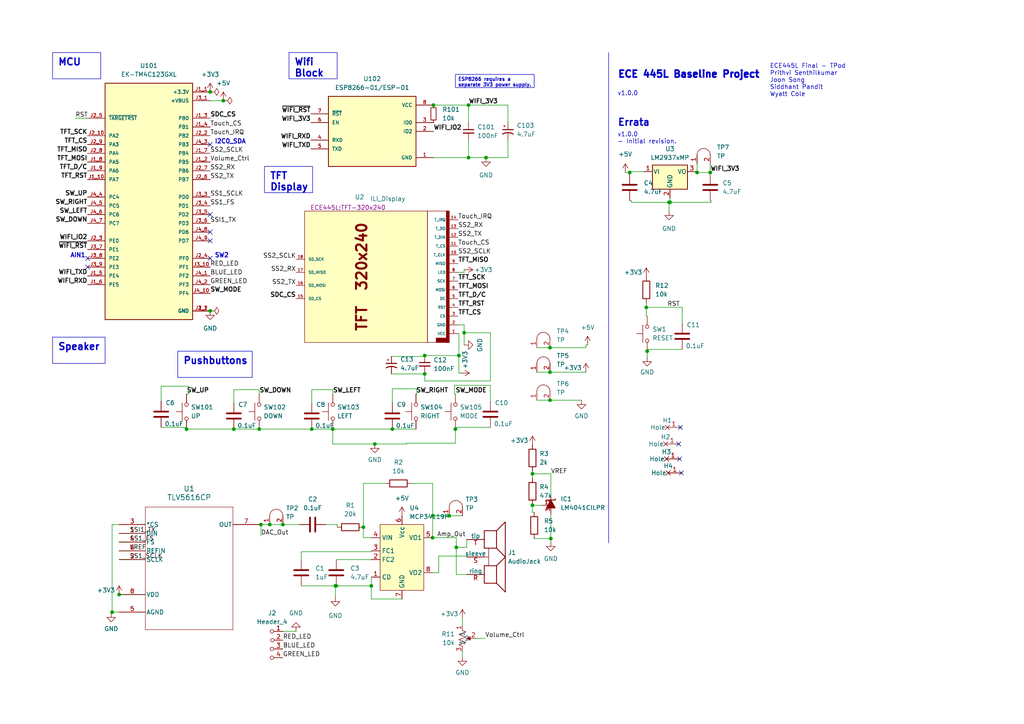
<source format=kicad_sch>
(kicad_sch (version 20230121) (generator eeschema)
  (paper "A4")
  (title_block (title "ECE 445L Baseline Project") (date "2023-12-11") (rev "v1.0.0") (company "The University of Texas at Austin"))
  (lib_symbols
    (symbol "Device:C" (pin_numbers hide) (pin_names (offset 0.254))
      (property "Reference" "C" (at 0.635 2.54 0))
      (property "Value" "C" (at 0.635 -2.54 0))
      (symbol "C_0_1"
        (polyline (pts (xy -2.032 -0.762) (xy 2.032 -0.762)) (stroke (width 0.508)))
        (polyline (pts (xy -2.032 0.762) (xy 2.032 0.762)) (stroke (width 0.508)))
      )
      (symbol "C_1_1"
        (pin passive line (at 0 3.81 270) (length 2.794) (name "~") (number "1"))
        (pin passive line (at 0 -3.81 90) (length 2.794) (name "~") (number "2"))
      )
    )
    (symbol "Device:C_Polarized_Small_US" (pin_numbers hide) (pin_names (offset 0.254) hide)
      (property "Reference" "C" (at 0.254 1.778 0))
      (property "Value" "C_Polarized_Small_US" (at 0.254 -2.032 0))
      (symbol "C_Polarized_Small_US_0_1"
        (polyline (pts (xy -1.524 0.508) (xy 1.524 0.508)) (stroke (width 0.3048)))
        (polyline (pts (xy -1.27 1.524) (xy -0.762 1.524)))
        (polyline (pts (xy -1.016 1.27) (xy -1.016 1.778)))
        (arc (start 1.524 -0.762) (mid 0 -0.3734) (end -1.524 -0.762) (stroke (width 0.3048)))
      )
      (symbol "C_Polarized_Small_US_1_1"
        (pin passive line (at 0 2.54 270) (length 2.032) (name "~") (number "1"))
        (pin passive line (at 0 -2.54 90) (length 2.032) (name "~") (number "2"))
      )
    )
    (symbol "Device:C_Small" (pin_numbers hide) (pin_names (offset 0.254) hide)
      (property "Reference" "C" (at 0.254 1.778 0))
      (property "Value" "C_Small" (at 0.254 -2.032 0))
      (symbol "C_Small_0_1"
        (polyline (pts (xy -1.524 -0.508) (xy 1.524 -0.508)) (stroke (width 0.3302)))
        (polyline (pts (xy -1.524 0.508) (xy 1.524 0.508)) (stroke (width 0.3048)))
      )
      (symbol "C_Small_1_1"
        (pin passive line (at 0 2.54 270) (length 2.032) (name "~") (number "1"))
        (pin passive line (at 0 -2.54 90) (length 2.032) (name "~") (number "2"))
      )
    )
    (symbol "Device:R" (pin_numbers hide) (pin_names (offset 0))
      (property "Reference" "R" (at 2.032 0 90))
      (property "Value" "R" (at 0 0 90))
      (symbol "R_0_1"
        (rectangle (start -1.016 -2.54) (end 1.016 2.54) (stroke (width 0.254)))
      )
      (symbol "R_1_1"
        (pin passive line (at 0 3.81 270) (length 1.27) (name "~") (number "1"))
        (pin passive line (at 0 -3.81 90) (length 1.27) (name "~") (number "2"))
      )
    )
    (symbol "Device:R_Small" (pin_numbers hide) (pin_names (offset 0.254) hide)
      (property "Reference" "R" (at 0.762 0.508 0))
      (property "Value" "R_Small" (at 0.762 -1.016 0))
      (symbol "R_Small_0_1"
        (rectangle (start -0.762 1.778) (end 0.762 -1.778) (stroke (width 0.2032)))
      )
      (symbol "R_Small_1_1"
        (pin passive line (at 0 2.54 270) (length 0.762) (name "~") (number "1"))
        (pin passive line (at 0 -2.54 90) (length 0.762) (name "~") (number "2"))
      )
    )
    (symbol "ECE445L:C" (pin_numbers hide) (pin_names (offset 0.254))
      (property "Reference" "C" (at 0.635 2.54 0))
      (property "Value" "C" (at 0.635 -2.54 0))
      (symbol "C_0_1"
        (polyline (pts (xy -2.032 -0.762) (xy 2.032 -0.762)) (stroke (width 0.508)))
        (polyline (pts (xy -2.032 0.762) (xy 2.032 0.762)) (stroke (width 0.508)))
      )
      (symbol "C_1_1"
        (pin passive line (at 0 3.81 270) (length 2.794) (name "~") (number "1"))
        (pin passive line (at 0 -3.81 90) (length 2.794) (name "~") (number "2"))
      )
    )
    (symbol "ECE445L:Header_4" (pin_names (offset 0) hide)
      (property "Reference" "J" (at 0 2.794 0))
      (property "Value" "Header_4" (at 0 -8.89 0))
      (symbol "Header_4_0_0"
        (circle (center 1.905 2.54) (radius 0.508))
      )
      (symbol "Header_4_1_0"
        (circle (center 1.905 -5.08) (radius 0.508))
        (circle (center 1.905 -2.54) (radius 0.508))
        (circle (center 2.032 0) (radius 0.508))
      )
      (symbol "Header_4_1_1"
        (pin passive line (at 5.08 2.54 180) (length 2.54) (name "A") (number "1"))
        (pin passive line (at 5.08 0 180) (length 2.54) (name "B") (number "2"))
        (pin passive line (at 5.08 -2.54 180) (length 2.54) (name "C") (number "3"))
        (pin passive line (at 5.08 -5.08 180) (length 2.54) (name "C") (number "4"))
      )
    )
    (symbol "ECE445L:HeadphoneJack" (pin_names (offset 0))
      (property "Reference" "J" (at 1.27 5.715 0))
      (property "Value" "AudioJack" (at 1.27 3.81 0))
      (symbol "HeadphoneJack_0_0"
        (rectangle (start -2.54 -8.89) (end 1.016 -13.97) (stroke (width 0.254)))
        (rectangle (start -2.54 1.27) (end 1.016 -3.81) (stroke (width 0.254)))
        (polyline (pts (xy 1.016 -8.89) (xy 3.556 -6.35) (xy 3.556 -16.51) (xy 1.016 -13.97)) (stroke (width 0.254)))
        (polyline (pts (xy 1.016 1.27) (xy 3.556 3.81) (xy 3.556 -6.35) (xy 1.016 -3.81)) (stroke (width 0.254)))
      )
      (symbol "HeadphoneJack_0_1"
        (polyline (pts (xy -2.54 -6.35) (xy -1.27 -6.35) (xy -1.27 -3.81) (xy -1.27 -8.89)))
      )
      (symbol "HeadphoneJack_1_1"
        (pin input line (at -7.62 -11.43 0) (length 5.12) (name "ring") (number "R"))
        (pin input line (at -7.62 -6.35 0) (length 5.12) (name "sleeve") (number "S"))
        (pin input line (at -7.62 -1.27 0) (length 5.12) (name "tip") (number "T"))
      )
    )
    (symbol "ECE445L:MCP34119P"
      (property "Reference" "U" (at -5.08 7.62 0))
      (property "Value" "MCP34119P" (at -7.62 10.16 0))
      (symbol "MCP34119P_1_1"
        (rectangle (start -6.35 8.89) (end 6.35 -10.16) (fill (type background)))
        (pin input line (at -8.89 -6.35 0) (length 2.54) (name "CD") (number "1"))
        (pin input line (at -8.89 -1.27 0) (length 2.54) (name "FC2") (number "2"))
        (pin input line (at -8.89 1.27 0) (length 2.54) (name "FC1") (number "3"))
        (pin input line (at -8.89 5.08 0) (length 2.54) (name "VIN") (number "4"))
        (pin output line (at 8.89 5.08 180) (length 2.54) (name "VO1") (number "5"))
        (pin power_in line (at 0 11.43 270) (length 2.54) (name "Vcc") (number "6"))
        (pin power_in line (at 0 -12.7 90) (length 2.54) (name "GND") (number "7"))
        (pin output line (at 8.89 -5.08 180) (length 2.54) (name "VO2") (number "8"))
      )
    )
    (symbol "ECE445L:MountingHole"
      (property "Reference" "H" (at 0 0 0))
      (symbol "MountingHole_1_1"
        (pin power_in non_logic (at 0 0 180) (length 3.81) (name "Hole") (number "1"))
      )
    )
    (symbol "ECE445L:Potentiometer"
      (property "Reference" "R" (at 0 0 0))
      (property "Value" "10k" (at 0 0 0))
      (symbol "Potentiometer_0_1"
        (polyline (pts (xy 1.905 -2.286) (xy 1.905 -2.54)))
        (polyline (pts (xy 1.905 2.54) (xy 1.905 2.286)))
        (polyline (pts (xy 4.445 0) (xy 3.429 0)))
        (polyline (pts (xy 3.048 0) (xy 4.191 0.508) (xy 4.191 -0.508) (xy 3.048 0)) (fill (type outline)))
        (polyline (pts (xy 1.905 -0.762) (xy 2.921 -1.143) (xy 1.905 -1.524) (xy 0.889 -1.905) (xy 1.905 -2.286)))
        (polyline (pts (xy 1.905 0.762) (xy 2.921 0.381) (xy 1.905 0) (xy 0.889 -0.381) (xy 1.905 -0.762)))
        (polyline (pts (xy 1.905 2.286) (xy 2.921 1.905) (xy 1.905 1.524) (xy 0.889 1.143) (xy 1.905 0.762)))
      )
      (symbol "Potentiometer_1_1"
        (pin passive line (at 1.905 3.81 270) (length 1.27) (name "1") (number "1"))
        (pin passive line (at 5.715 0 180) (length 1.27) (name "2") (number "2"))
        (pin passive line (at 1.905 -3.81 90) (length 1.27) (name "3") (number "3"))
      )
    )
    (symbol "ECE445L:Testpoint" (pin_names (offset 0) hide)
      (property "Reference" "TP" (at 0 2.794 0))
      (property "Value" "TP" (at 0 -2.286 0))
      (symbol "Testpoint_0_1"
        (arc (start 0 4.445) (mid -1.347 3.887) (end -1.905 2.54))
        (arc (start 1.9051 2.5401) (mid 1.3471 3.8871) (end 0.0001 4.4451))
      )
      (symbol "Testpoint_1_1"
        (pin passive line (at -1.905 0 90) (length 2.54) (name "A") (number "1"))
        (pin passive line (at 1.905 0 90) (length 2.54) (name "B") (number "2"))
      )
    )
    (symbol "ILI9341:ILI_Display" (pin_names (offset 1.016))
      (property "Reference" "U?" (at 20.32 25.4001 0))
      (property "Value" "ILI_Display" (at 20.32 22.8601 0))
      (property "Footprint" "ECE445L:TFT-320x240" (at 20.32 20.3201 0))
      (symbol "ILI_Display_0_0"
        (text "TFT  320x240" (at 0 25.4 0) (effects (font (size 2.9972 2.9972) bold)))
      )
      (symbol "ILI_Display_0_1"
        (rectangle (start -19.05 0) (end 19.05 0.8382) (fill (type outline)))
        (rectangle (start -19.05 0) (end 19.05 6.35))
        (rectangle (start -19.05 3.81) (end -17.78 0) (fill (type outline)))
        (rectangle (start -19.05 6.35) (end 19.05 41.91) (fill (type background)))
      )
      (symbol "ILI_Display_1_1"
        (pin power_in line (at -16.51 -2.54 90) (length 2.54) (name "VCC") (number "1"))
        (pin bidirectional line (at 6.35 -2.54 90) (length 2.54) (name "T_CLK") (number "10"))
        (pin bidirectional line (at 8.89 -2.54 90) (length 2.54) (name "T_CS") (number "11"))
        (pin bidirectional line (at 11.43 -2.54 90) (length 2.54) (name "T_DIN") (number "12"))
        (pin bidirectional line (at 13.97 -2.54 90) (length 2.54) (name "T_DO") (number "13"))
        (pin bidirectional line (at 16.51 -2.54 90) (length 2.54) (name "T_IRQ") (number "14"))
        (pin bidirectional line (at -6.35 44.45 270) (length 2.54) (name "SD_CS") (number "15"))
        (pin bidirectional line (at -2.54 44.45 270) (length 2.54) (name "SD_MOSI") (number "16"))
        (pin bidirectional line (at 1.27 44.45 270) (length 2.54) (name "SD_MISO") (number "17"))
        (pin bidirectional line (at 5.08 44.45 270) (length 2.54) (name "SD_SCK") (number "18"))
        (pin power_in line (at -13.97 -2.54 90) (length 2.54) (name "GND") (number "2"))
        (pin bidirectional line (at -11.43 -2.54 90) (length 2.54) (name "CS") (number "3"))
        (pin bidirectional line (at -8.89 -2.54 90) (length 2.54) (name "RST") (number "4"))
        (pin bidirectional line (at -6.35 -2.54 90) (length 2.54) (name "DC") (number "5"))
        (pin bidirectional line (at -3.81 -2.54 90) (length 2.54) (name "MOSI") (number "6"))
        (pin bidirectional line (at -1.27 -2.54 90) (length 2.54) (name "SCK") (number "7"))
        (pin power_in line (at 1.27 -2.54 90) (length 2.54) (name "LED") (number "8"))
        (pin bidirectional line (at 3.81 -2.54 90) (length 2.54) (name "MISO") (number "9"))
      )
    )
    (symbol "Regulator_Linear:LM2937xMP" (pin_names (offset 0.254))
      (property "Reference" "U3" (at 0 6.604 0))
      (property "Value" "LM2937xMP" (at 0 4.064 0))
      (symbol "LM2937xMP_0_1"
        (rectangle (start -5.08 -5.08) (end 5.08 1.905) (stroke (width 0.254)) (fill (type background)))
      )
      (symbol "LM2937xMP_1_1"
        (pin power_in line (at -7.62 0 0) (length 2.54) (name "VI") (number "1"))
        (pin power_in line (at 0 -7.62 90) (length 2.54) (name "GND") (number "2"))
        (pin power_out line (at 7.62 0 180) (length 2.54) (name "VO") (number "3"))
      )
    )
    (symbol "Switch:SW_Push" (pin_numbers hide) (pin_names (offset 1.016) hide)
      (property "Reference" "SW" (at 1.27 2.54 0))
      (property "Value" "SW_Push" (at 0 -1.524 0))
      (symbol "SW_Push_0_1"
        (circle (center -2.032 0) (radius 0.508))
        (polyline (pts (xy 0 1.27) (xy 0 3.048)))
        (polyline (pts (xy 2.54 1.27) (xy -2.54 1.27)))
        (circle (center 2.032 0) (radius 0.508))
        (pin passive line (at -5.08 0 0) (length 2.54) (name "1") (number "1"))
        (pin passive line (at 5.08 0 180) (length 2.54) (name "2") (number "2"))
      )
    )
    (symbol "ai_thinker_ESP8266_01:ESP8266-01/ESP-01" (pin_names (offset 1.016))
      (property "Reference" "U" (at -12.7094 10.6778 0))
      (property "Value" "ESP8266-01{slash}ESP-01" (at -12.7131 -12.7131 0))
      (symbol "ESP8266-01/ESP-01_0_0"
        (rectangle (start -12.7 -10.16) (end 12.7 10.16) (stroke (width 0.254)) (fill (type background)))
        (pin power_in line (at 17.78 -7.62 180) (length 5.08) (name "GND") (number "1"))
        (pin bidirectional line (at 17.78 0 180) (length 5.08) (name "IO2") (number "2"))
        (pin bidirectional line (at 17.78 2.54 180) (length 5.08) (name "IO0") (number "3"))
        (pin input line (at -17.78 -2.54 0) (length 5.08) (name "RXD") (number "4"))
        (pin output line (at -17.78 -5.08 0) (length 5.08) (name "TXD") (number "5"))
        (pin input line (at -17.78 2.54 0) (length 5.08) (name "EN") (number "6"))
        (pin input line (at -17.78 5.08 0) (length 5.08) (name "~{RST}") (number "7"))
        (pin power_in line (at 17.78 7.62 180) (length 5.08) (name "VCC") (number "8"))
      )
    )
    (symbol "power:+3V3" (power) (pin_names (offset 0))
      (property "Value" "+3V3" (at 0 3.556 0))
      (symbol "+3V3_0_1"
        (polyline (pts (xy -0.762 1.27) (xy 0 2.54)))
        (polyline (pts (xy 0 0) (xy 0 2.54)))
        (polyline (pts (xy 0 2.54) (xy 0.762 1.27)))
      )
      (symbol "+3V3_1_1"
        (pin power_in line (at 0 0 90) (length 0) hide (name "+3V3") (number "1"))
      )
    )
    (symbol "power:+5V" (power) (pin_names (offset 0))
      (property "Value" "+5V" (at 0 3.556 0))
      (symbol "+5V_0_1"
        (polyline (pts (xy -0.762 1.27) (xy 0 2.54)))
        (polyline (pts (xy 0 0) (xy 0 2.54)))
        (polyline (pts (xy 0 2.54) (xy 0.762 1.27)))
      )
      (symbol "+5V_1_1"
        (pin power_in line (at 0 0 90) (length 0) hide (name "+5V") (number "1"))
      )
    )
    (symbol "power:GND" (power) (pin_names (offset 0))
      (property "Value" "GND" (at 0 -3.81 0))
      (symbol "GND_0_1"
        (polyline (pts (xy 0 0) (xy 0 -1.27) (xy 1.27 -1.27) (xy 0 -2.54) (xy -1.27 -1.27) (xy 0 -1.27)))
      )
      (symbol "GND_1_1"
        (pin power_in line (at 0 0 270) (length 0) hide (name "GND") (number "1"))
      )
    )
    (symbol "power:PWR_FLAG" (power) (pin_numbers hide) (pin_names (offset 0) hide)
      (property "Value" "PWR_FLAG" (at 0 3.81 0))
      (symbol "PWR_FLAG_0_0"
        (pin power_out line (at 0 0 90) (length 0) (name "pwr") (number "1"))
      )
      (symbol "PWR_FLAG_0_1"
        (polyline (pts (xy 0 0) (xy 0 1.27) (xy -1.016 1.905) (xy 0 2.54) (xy 1.016 1.905) (xy 0 1.27)))
      )
    )
    (symbol "ti_EKTM4C123GXL:EK-TM4C123GXL" (pin_names (offset 1.016))
      (property "Reference" "U?" (at -12.7367 34.3099 0))
      (property "Value" "EK-TM4C123GXL" (at -12.7129 -38.1075 0))
      (symbol "EK-TM4C123GXL_0_0"
        (rectangle (start -12.7 -35.56) (end 12.7 33.02) (stroke (width 0.254)) (fill (type background)))
        (pin power_in line (at 17.78 30.48 180) (length 5.08) (name "+3.3V") (number "J1_1"))
        (pin bidirectional line (at -17.78 5.08 0) (length 5.08) (name "PA7") (number "J1_10"))
        (pin bidirectional line (at 17.78 10.16 180) (length 5.08) (name "PB5") (number "J1_2"))
        (pin bidirectional line (at 17.78 22.86 180) (length 5.08) (name "PB0") (number "J1_3"))
        (pin bidirectional line (at 17.78 20.32 180) (length 5.08) (name "PB1") (number "J1_4"))
        (pin bidirectional line (at -17.78 -22.86 0) (length 5.08) (name "PE4") (number "J1_5"))
        (pin bidirectional line (at -17.78 -25.4 0) (length 5.08) (name "PE5") (number "J1_6"))
        (pin bidirectional line (at 17.78 12.7 180) (length 5.08) (name "PB4") (number "J1_7"))
        (pin bidirectional line (at -17.78 10.16 0) (length 5.08) (name "PA5") (number "J1_8"))
        (pin bidirectional line (at -17.78 7.62 0) (length 5.08) (name "PA6") (number "J1_9"))
        (pin power_in line (at 17.78 -33.02 180) (length 5.08) (name "GND") (number "J2_1"))
        (pin bidirectional line (at -17.78 17.78 0) (length 5.08) (name "PA2") (number "J2_10"))
        (pin bidirectional line (at 17.78 17.78 180) (length 5.08) (name "PB2") (number "J2_2"))
        (pin bidirectional line (at -17.78 -12.7 0) (length 5.08) (name "PE0") (number "J2_3"))
        (pin bidirectional line (at 17.78 -17.78 180) (length 5.08) (name "PF0") (number "J2_4"))
        (pin input line (at -17.78 22.86 0) (length 5.08) (name "~{TARGETRST}") (number "J2_5"))
        (pin bidirectional line (at 17.78 5.08 180) (length 5.08) (name "PB7") (number "J2_6"))
        (pin bidirectional line (at 17.78 7.62 180) (length 5.08) (name "PB6") (number "J2_7"))
        (pin bidirectional line (at -17.78 12.7 0) (length 5.08) (name "PA4") (number "J2_8"))
        (pin bidirectional line (at -17.78 15.24 0) (length 5.08) (name "PA3") (number "J2_9"))
        (pin power_in line (at 17.78 27.94 180) (length 5.08) (name "+VBUS") (number "J3_1"))
        (pin bidirectional line (at 17.78 -20.32 180) (length 5.08) (name "PF1") (number "J3_10"))
        (pin power_in line (at 17.78 -33.02 180) (length 5.08) (name "GND") (number "J3_2"))
        (pin bidirectional line (at 17.78 0 180) (length 5.08) (name "PD0") (number "J3_3"))
        (pin bidirectional line (at 17.78 -2.54 180) (length 5.08) (name "PD1") (number "J3_4"))
        (pin bidirectional line (at 17.78 -5.08 180) (length 5.08) (name "PD2") (number "J3_5"))
        (pin bidirectional line (at 17.78 -7.62 180) (length 5.08) (name "PD3") (number "J3_6"))
        (pin bidirectional line (at -17.78 -15.24 0) (length 5.08) (name "PE1") (number "J3_7"))
        (pin bidirectional line (at -17.78 -17.78 0) (length 5.08) (name "PE2") (number "J3_8"))
        (pin bidirectional line (at -17.78 -20.32 0) (length 5.08) (name "PE3") (number "J3_9"))
        (pin bidirectional line (at 17.78 -22.86 180) (length 5.08) (name "PF2") (number "J4_1"))
        (pin bidirectional line (at 17.78 -27.94 180) (length 5.08) (name "PF4") (number "J4_10"))
        (pin bidirectional line (at 17.78 -25.4 180) (length 5.08) (name "PF3") (number "J4_2"))
        (pin bidirectional line (at 17.78 15.24 180) (length 5.08) (name "PB3") (number "J4_3"))
        (pin bidirectional line (at -17.78 0 0) (length 5.08) (name "PC4") (number "J4_4"))
        (pin bidirectional line (at -17.78 -2.54 0) (length 5.08) (name "PC5") (number "J4_5"))
        (pin bidirectional line (at -17.78 -5.08 0) (length 5.08) (name "PC6") (number "J4_6"))
        (pin bidirectional line (at -17.78 -7.62 0) (length 5.08) (name "PC7") (number "J4_7"))
        (pin bidirectional line (at 17.78 -10.16 180) (length 5.08) (name "PD6") (number "J4_8"))
        (pin bidirectional line (at 17.78 -12.7 180) (length 5.08) (name "PD7") (number "J4_9"))
      )
    )
    (symbol "ti_LM4041CILPR:LM4041CILPR" (pin_names (offset 1.016))
      (property "Reference" "IC" (at 2.7965 1.9067 0))
      (property "Value" "LM4041CILPR" (at 2.796 -0.8896 0))
      (symbol "LM4041CILPR_0_0"
        (polyline (pts (xy -1.27 1.524) (xy -1.27 1.143)) (stroke (width 0.254)))
        (polyline (pts (xy 0 1.524) (xy -1.27 1.524)) (stroke (width 0.254)))
        (polyline (pts (xy 1.27 1.524) (xy 0 1.524)) (stroke (width 0.254)))
        (polyline (pts (xy 1.27 1.905) (xy 1.27 1.524)) (stroke (width 0.254)))
        (polyline (pts (xy 0 1.524) (xy -1.27 -0.762) (xy 1.27 -0.762) (xy 0 1.524)) (stroke (width 0.254)) (fill (type outline)))
        (pin passive line (at -2.54 0 0) (length 2.54) (name "~") (number "1"))
        (pin passive line (at 0 2.54 270) (length 2.54) (name "~") (number "2"))
        (pin passive line (at 0 -2.54 90) (length 2.54) (name "~") (number "3"))
      )
    )
    (symbol "ti_TLV5616CP:TLV5616CP" (pin_names (offset 0.254))
      (property "Reference" "U1" (at 20.32 10.414 0))
      (property "Value" "TLV5616CP" (at 20.32 7.874 0))
      (symbol "TLV5616CP_1_1"
        (polyline (pts (xy 7.62 -30.48) (xy 33.02 -30.48)) (stroke (width 0.127)))
        (polyline (pts (xy 7.62 5.08) (xy 7.62 -30.48)) (stroke (width 0.127)))
        (polyline (pts (xy 33.02 -30.48) (xy 33.02 5.08)) (stroke (width 0.127)))
        (polyline (pts (xy 33.02 5.08) (xy 7.62 5.08)) (stroke (width 0.127)))
        (pin input line (at 0 -2.54 0) (length 7.62) (name "DIN") (number "1"))
        (pin input line (at 0 -10.16 0) (length 7.62) (name "SCLK") (number "2"))
        (pin input line (at 0 0 0) (length 7.62) (name "*CS") (number "3"))
        (pin input line (at 0 -5.08 0) (length 7.62) (name "FS") (number "4"))
        (pin power_in line (at 0 -25.4 0) (length 7.62) (name "AGND") (number "5"))
        (pin input line (at 0 -7.62 0) (length 7.62) (name "REFIN") (number "6"))
        (pin output line (at 40.64 0 180) (length 7.62) (name "OUT") (number "7"))
        (pin power_in line (at 0 -20.32 0) (length 7.62) (name "VDD") (number "8"))
      )
    )
  )
  (junction (at 60.96 26.67))
  (junction (at 96.52 124.46))
  (junction (at 187.452 89.154))
  (junction (at 105.41 152.908))
  (junction (at 159.766 156.21))
  (junction (at 78.232 152.146))
  (junction (at 159.512 116.078))
  (junction (at 135.89 30.48))
  (junction (at 97.536 169.926))
  (junction (at 130.302 149.606))
  (junction (at 194.056 58.674))
  (junction (at 154.432 146.558))
  (junction (at 54.102 124.46))
  (junction (at 133.096 103.124))
  (junction (at 32.512 177.546))
  (junction (at 123.19 103.124))
  (junction (at 34.544 172.466))
  (junction (at 75.692 152.146))
  (junction (at 108.712 128.778))
  (junction (at 107.696 169.926))
  (junction (at 205.994 50.038))
  (junction (at 135.89 45.72))
  (junction (at 132.334 158.75))
  (junction (at 97.282 169.926))
  (junction (at 67.818 124.46))
  (junction (at 125.476 149.606))
  (junction (at 202.184 50.038))
  (junction (at 60.96 90.17))
  (junction (at 187.706 101.854))
  (junction (at 159.512 107.95))
  (junction (at 125.73 30.48))
  (junction (at 113.792 124.46))
  (junction (at 132.08 124.46))
  (junction (at 123.19 108.458))
  (junction (at 182.626 50.038))
  (junction (at 125.476 155.956))
  (junction (at 90.424 124.46))
  (junction (at 140.97 45.72))
  (junction (at 194.31 58.674))
  (junction (at 75.184 124.46))
  (junction (at 134.62 96.52))
  (junction (at 154.432 137.414))
  (junction (at 64.77 29.21))
  (junction (at 159.512 100.838))
  (junction (at 82.042 152.146))
  (no_connect (at 25.4 77.47))
  (no_connect (at 25.4 74.93))
  (no_connect (at 60.96 41.91))
  (no_connect (at 60.96 74.93))
  (no_connect (at 196.85 128.778))
  (no_connect (at 197.104 133.096))
  (no_connect (at 60.96 62.23))
  (no_connect (at 60.96 69.85))
  (no_connect (at 197.612 137.16))
  (no_connect (at 60.96 67.31))
  (no_connect (at 197.358 123.952))
  (wire (pts (xy 125.73 30.48) (xy 135.89 30.48)))
  (wire (pts (xy 105.41 140.208) (xy 111.76 140.208)))
  (wire (pts (xy 90.424 116.84) (xy 90.424 113.03)))
  (wire (pts (xy 142.24 116.332) (xy 142.24 111.76)))
  (wire (pts (xy 187.452 87.884) (xy 187.452 89.154)))
  (wire (pts (xy 130.302 149.606) (xy 134.112 149.606)))
  (wire (pts (xy 123.19 103.124) (xy 133.096 103.124)))
  (wire (pts (xy 113.538 103.378) (xy 123.19 103.378)))
  (wire (pts (xy 182.626 49.784) (xy 186.69 49.784)))
  (wire (pts (xy 147.32 35.56) (xy 147.32 30.48)))
  (wire (pts (xy 54.61 112.014) (xy 54.61 114.3)))
  (wire (pts (xy 131.826 111.76) (xy 131.826 114.3)))
  (wire (pts (xy 94.488 152.146) (xy 97.79 152.146)))
  (wire (pts (xy 135.89 40.64) (xy 135.89 45.72)))
  (wire (pts (xy 131.826 114.3) (xy 132.08 114.3)))
  (wire (pts (xy 107.696 167.386) (xy 107.696 169.926)))
  (wire (pts (xy 37.592 154.686) (xy 34.544 154.686)))
  (wire (pts (xy 133.604 108.204) (xy 133.096 108.204)))
  (wire (pts (xy 120.904 112.776) (xy 120.904 114.3)))
  (wire (pts (xy 87.376 160.02) (xy 107.696 160.02)))
  (wire (pts (xy 67.818 113.03) (xy 75.184 113.03)))
  (wire (pts (xy 87.376 162.306) (xy 87.376 160.02)))
  (wire (pts (xy 194.056 58.674) (xy 194.056 61.214)))
  (wire (pts (xy 46.736 123.952) (xy 54.102 123.952)))
  (wire (pts (xy 54.102 124.46) (xy 67.818 124.46)))
  (wire (pts (xy 134.62 96.52) (xy 134.62 94.234)))
  (wire (pts (xy 46.736 116.332) (xy 46.736 112.014)))
  (wire (pts (xy 194.31 57.404) (xy 194.31 58.674)))
  (wire (pts (xy 132.08 128.524) (xy 117.856 128.524)))
  (wire (pts (xy 140.97 45.72) (xy 147.32 45.72)))
  (wire (pts (xy 107.696 160.02) (xy 107.696 159.766)))
  (wire (pts (xy 133.096 103.124) (xy 133.096 96.774)))
  (wire (pts (xy 37.592 157.226) (xy 34.544 157.226)))
  (wire (pts (xy 132.334 155.956) (xy 132.334 158.75)))
  (wire (pts (xy 154.432 136.652) (xy 154.432 137.414)))
  (wire (pts (xy 183.134 58.166) (xy 183.134 58.674)))
  (wire (pts (xy 132.334 158.75) (xy 132.334 166.624)))
  (wire (pts (xy 125.476 155.956) (xy 132.334 155.956)))
  (wire (pts (xy 32.512 177.546) (xy 32.512 177.8)))
  (wire (pts (xy 90.424 124.46) (xy 96.52 124.46)))
  (wire (pts (xy 154.432 137.414) (xy 159.766 137.414)))
  (wire (pts (xy 135.89 30.48) (xy 135.89 35.56)))
  (wire (pts (xy 159.512 116.078) (xy 168.656 116.078)))
  (wire (pts (xy 32.512 152.146) (xy 32.512 177.546)))
  (wire (pts (xy 202.184 50.038) (xy 205.994 50.038)))
  (wire (pts (xy 154.432 148.59) (xy 154.94 148.59)))
  (wire (pts (xy 97.79 152.146) (xy 97.79 152.908)))
  (wire (pts (xy 187.452 89.154) (xy 187.452 91.694)))
  (wire (pts (xy 159.512 107.95) (xy 169.926 107.95)))
  (wire (pts (xy 82.042 152.146) (xy 86.868 152.146)))
  (wire (pts (xy 96.52 124.46) (xy 96.52 128.778)))
  (wire (pts (xy 108.712 128.778) (xy 117.856 128.778)))
  (wire (pts (xy 169.926 100.076) (xy 170.434 100.076)))
  (wire (pts (xy 135.89 45.72) (xy 140.97 45.72)))
  (wire (pts (xy 194.31 58.674) (xy 206.248 58.674)))
  (wire (pts (xy 134.62 96.52) (xy 142.24 96.52)))
  (wire (pts (xy 90.424 113.03) (xy 96.52 113.03)))
  (wire (pts (xy 154.432 146.304) (xy 154.432 146.558)))
  (wire (pts (xy 97.282 169.926) (xy 97.282 173.228)))
  (wire (pts (xy 78.232 152.146) (xy 82.042 152.146)))
  (wire (pts (xy 32.512 152.146) (xy 34.544 152.146)))
  (wire (pts (xy 155.702 107.95) (xy 159.512 107.95)))
  (wire (pts (xy 67.818 124.46) (xy 75.184 124.46)))
  (wire (pts (xy 97.536 162.306) (xy 107.696 162.306)))
  (wire (pts (xy 181.356 50.038) (xy 182.626 50.038)))
  (wire (pts (xy 75.184 124.46) (xy 90.424 124.46)))
  (wire (pts (xy 205.994 50.038) (xy 205.994 50.546)))
  (wire (pts (xy 119.38 140.208) (xy 125.476 140.208)))
  (wire (pts (xy 97.282 169.926) (xy 97.536 169.926)))
  (wire (pts (xy 134.112 179.324) (xy 134.112 181.356)))
  (wire (pts (xy 107.696 173.736) (xy 107.696 169.926)))
  (wire (pts (xy 75.692 155.448) (xy 75.692 152.146)))
  (wire (pts (xy 169.926 100.838) (xy 159.512 100.838)))
  (wire (pts (xy 60.96 29.21) (xy 64.77 29.21)))
  (wire (pts (xy 135.382 161.29) (xy 135.382 161.544)))
  (wire (pts (xy 133.096 96.774) (xy 132.842 96.774)))
  (wire (pts (xy 197.866 89.154) (xy 187.452 89.154)))
  (wire (pts (xy 197.866 93.726) (xy 197.866 89.154)))
  (polyline (pts (xy 176.53 15.24) (xy 176.53 157.48)))
  (wire (pts (xy 132.08 123.952) (xy 132.08 124.46)))
  (wire (pts (xy 159.766 137.414) (xy 159.766 144.018)))
  (wire (pts (xy 37.592 159.766) (xy 34.544 159.766)))
  (wire (pts (xy 113.792 112.776) (xy 113.792 116.84)))
  (wire (pts (xy 96.52 128.778) (xy 108.712 128.778)))
  (wire (pts (xy 201.93 49.784) (xy 201.93 50.038)))
  (wire (pts (xy 135.382 158.75) (xy 135.382 156.464)))
  (wire (pts (xy 194.31 58.674) (xy 194.056 58.674)))
  (wire (pts (xy 183.134 58.674) (xy 194.056 58.674)))
  (wire (pts (xy 159.766 156.21) (xy 159.766 149.098)))
  (wire (pts (xy 105.41 152.908) (xy 105.41 155.956)))
  (wire (pts (xy 159.512 100.838) (xy 155.702 100.838)))
  (wire (pts (xy 75.692 152.146) (xy 78.232 152.146)))
  (wire (pts (xy 37.592 162.306) (xy 34.544 162.306)))
  (wire (pts (xy 97.536 169.926) (xy 107.696 169.926)))
  (wire (pts (xy 169.926 100.076) (xy 169.926 100.838)))
  (wire (pts (xy 85.852 183.134) (xy 82.042 183.134)))
  (wire (pts (xy 205.994 58.166) (xy 206.248 58.166)))
  (wire (pts (xy 134.62 94.234) (xy 132.842 94.234)))
  (wire (pts (xy 123.19 103.378) (xy 123.19 103.124)))
  (wire (pts (xy 182.626 58.166) (xy 183.134 58.166)))
  (wire (pts (xy 117.856 128.524) (xy 117.856 128.778)))
  (wire (pts (xy 116.586 173.736) (xy 107.696 173.736)))
  (wire (pts (xy 54.102 123.952) (xy 54.102 124.46)))
  (wire (pts (xy 125.476 149.606) (xy 130.302 149.606)))
  (wire (pts (xy 154.432 137.414) (xy 154.432 138.684)))
  (wire (pts (xy 197.866 101.346) (xy 187.706 101.346)))
  (wire (pts (xy 187.706 101.346) (xy 187.706 101.854)))
  (wire (pts (xy 125.476 149.606) (xy 125.476 155.956)))
  (wire (pts (xy 205.994 47.498) (xy 205.994 50.038)))
  (wire (pts (xy 87.376 169.926) (xy 97.282 169.926)))
  (wire (pts (xy 113.792 124.46) (xy 120.65 124.46)))
  (wire (pts (xy 75.184 113.03) (xy 75.184 114.3)))
  (wire (pts (xy 32.258 177.8) (xy 32.512 177.8)))
  (wire (pts (xy 201.93 50.038) (xy 202.184 50.038)))
  (wire (pts (xy 120.904 114.3) (xy 120.65 114.3)))
  (wire (pts (xy 206.248 58.166) (xy 206.248 58.674)))
  (wire (pts (xy 182.626 49.784) (xy 182.626 50.038)))
  (wire (pts (xy 127.254 161.29) (xy 127.254 166.116)))
  (wire (pts (xy 105.41 152.908) (xy 105.41 140.208)))
  (wire (pts (xy 134.62 100.076) (xy 134.62 96.52)))
  (wire (pts (xy 142.24 96.52) (xy 142.24 110.49)))
  (wire (pts (xy 159.766 157.226) (xy 159.766 156.21)))
  (wire (pts (xy 21.844 34.29) (xy 25.4 34.29)))
  (wire (pts (xy 123.19 110.49) (xy 123.19 108.458)))
  (wire (pts (xy 134.62 78.232) (xy 134.62 78.994)))
  (wire (pts (xy 96.52 113.03) (xy 96.52 114.3)))
  (wire (pts (xy 137.922 185.166) (xy 140.716 185.166)))
  (wire (pts (xy 34.544 177.546) (xy 32.512 177.546)))
  (wire (pts (xy 154.432 146.558) (xy 157.226 146.558)))
  (wire (pts (xy 113.792 112.776) (xy 120.904 112.776)))
  (wire (pts (xy 182.626 50.038) (xy 182.626 50.546)))
  (wire (pts (xy 96.52 124.46) (xy 113.792 124.46)))
  (wire (pts (xy 202.184 47.498) (xy 202.184 50.038)))
  (wire (pts (xy 142.24 123.952) (xy 132.08 123.952)))
  (wire (pts (xy 154.94 156.21) (xy 159.766 156.21)))
  (wire (pts (xy 67.818 116.84) (xy 67.818 113.03)))
  (wire (pts (xy 135.89 30.48) (xy 147.32 30.48)))
  (wire (pts (xy 75.184 152.146) (xy 75.692 152.146)))
  (wire (pts (xy 155.702 116.078) (xy 159.512 116.078)))
  (wire (pts (xy 187.706 101.854) (xy 187.706 103.632)))
  (wire (pts (xy 147.32 40.64) (xy 147.32 45.72)))
  (wire (pts (xy 105.41 155.956) (xy 107.696 155.956)))
  (wire (pts (xy 39.624 172.466) (xy 34.544 172.466)))
  (wire (pts (xy 142.24 110.49) (xy 123.19 110.49)))
  (wire (pts (xy 113.538 108.458) (xy 123.19 108.458)))
  (wire (pts (xy 125.476 140.208) (xy 125.476 149.606)))
  (wire (pts (xy 135.382 161.29) (xy 127.254 161.29)))
  (wire (pts (xy 134.62 78.994) (xy 132.842 78.994)))
  (wire (pts (xy 154.432 146.558) (xy 154.432 148.59)))
  (wire (pts (xy 132.08 124.46) (xy 132.08 128.524)))
  (wire (pts (xy 123.19 108.458) (xy 123.19 108.204)))
  (wire (pts (xy 132.334 166.624) (xy 135.382 166.624)))
  (wire (pts (xy 132.334 158.75) (xy 135.382 158.75)))
  (wire (pts (xy 127.254 166.116) (xy 125.476 166.116)))
  (wire (pts (xy 46.736 112.014) (xy 54.61 112.014)))
  (wire (pts (xy 125.73 45.72) (xy 135.89 45.72)))
  (wire (pts (xy 54.61 114.3) (xy 54.102 114.3)))
  (wire (pts (xy 134.112 188.976) (xy 134.112 190.5)))
  (wire (pts (xy 187.452 91.694) (xy 187.706 91.694)))
  (wire (pts (xy 142.24 111.76) (xy 131.826 111.76)))
  (wire (pts (xy 133.096 108.204) (xy 133.096 103.124)))
  (text_box "MCU" (at 15.24 15.24 0) (size 13.97 7.62) (effects (font (size 2 2) (thickness 0.4) bold) (justify left top)))
  (text_box "ESP8266 requires a separate 3V3 power supply." (at 132.08 21.59 0) (size 22.86 3.81) (effects (font (size 1 1) bold) (justify left top)))
  (text_box "Speaker" (at 15.24 97.79 0) (size 15.24 7.62) (effects (font (size 2 2) (thickness 0.4) bold) (justify left top)))
  (text_box "Pushbuttons" (at 51.562 101.854 0) (size 21.59 7.62) (effects (font (size 2 2) (thickness 0.4) bold) (justify left top)))
  (text_box "TFT Display" (at 76.708 48.26 0) (size 13.97 7.62) (effects (font (size 2 2) (thickness 0.4) bold) (justify left top)))
  (text_box "Wifi Block" (at 83.82 15.24 0) (size 13.97 7.62) (effects (font (size 2 2) (thickness 0.4) bold) (justify left top)))
  (text "v1.0.0\n- Initial revision." (at 179.07 41.91 0) (effects (font (size 1.27 1.27)) (justify left bottom)))
  (text "AIN1" (at 20.32 74.93 0) (effects (font (size 1.27 1.27) bold) (justify left bottom)))
  (text "ECE 445L Baseline Project" (at 179.07 22.86 0) (effects (font (size 2 2) (thickness 0.6) bold) (justify left bottom)))
  (text "v1.0.0" (at 179.07 27.94 0) (effects (font (size 1.27 1.27)) (justify left bottom)))
  (text "Errata" (at 179.07 36.83 0) (effects (font (size 2 2) (thickness 0.4) bold) (justify left bottom)))
  (text "ECE445L Final - TPod\nPrithvi Senthilkumar\nJoon Song\nSiddhant Pandit\nWyatt Cole" (at 223.266 28.194 0) (effects (font (size 1.27 1.27)) (justify left bottom)))
  (text "I2C0_SDA" (at 62.23 41.91 0) (effects (font (size 1.27 1.27) bold) (justify left bottom)))
  (text "SW2" (at 62.23 74.93 0) (effects (font (size 1.27 1.27) bold) (justify left bottom)))
  (label "~{WIFI_RST}" (at 90.17 33.02 180) (effects (font bold)))
  (label "VREF" (at 37.592 159.766 0))
  (label "SDC_CS" (at 60.96 34.29 0) (effects (font bold)))
  (label "Amp_Out" (at 126.746 155.956 0))
  (label "TFT_SCK" (at 25.4 39.37 180) (effects (font bold)))
  (label "SS1_FS" (at 60.96 59.69 0))
  (label "SS1_SCLK" (at 60.96 57.15 0))
  (label "TFT_CS" (at 132.842 91.694 0) (effects (font bold)))
  (label "RST" (at 193.548 89.154 0))
  (label "RST" (at 21.844 34.29 0))
  (label "Volume_Ctrl" (at 140.716 185.166 0))
  (label "SW_RIGHT" (at 25.4 59.69 180) (effects (font bold)))
  (label "SS2_SCLK" (at 132.842 73.914 0))
  (label "SW_MODE" (at 60.96 85.09 0) (effects (font bold)))
  (label "SDC_CS" (at 85.852 86.614 180) (effects (font bold)))
  (label "GREEN_LED" (at 60.96 82.55 0))
  (label "SW_LEFT" (at 25.4 62.23 180) (effects (font bold)))
  (label "SS2_RX" (at 85.852 78.994 180))
  (label "SSI1_TX" (at 60.96 64.77 0))
  (label "Touch_CS" (at 132.842 71.374 0))
  (label "RED_LED" (at 60.96 77.47 0))
  (label "Touch_CS" (at 60.96 36.83 0))
  (label "WIFI_IO2" (at 25.4 69.85 180) (effects (font bold)))
  (label "SW_MODE" (at 132.08 114.3 0) (effects (font bold)))
  (label "TFT_MISO" (at 132.842 76.454 0) (effects (font bold)))
  (label "VREF" (at 159.766 137.668 0))
  (label "Touch_IRQ" (at 132.842 63.754 0))
  (label "SS2_TX" (at 132.842 68.834 0))
  (label "SW_RIGHT" (at 120.65 114.3 0) (effects (font bold)))
  (label "WIFI_RXD" (at 25.4 82.55 180) (effects (font bold)))
  (label "TFT_SCK" (at 132.842 81.534 0) (effects (font bold)))
  (label "TFT_MOSI" (at 132.842 84.074 0) (effects (font bold)))
  (label "WIFI_TXD" (at 25.4 80.01 180) (effects (font bold)))
  (label "~{WIFI_RST}" (at 25.4 72.39 180) (effects (font bold)))
  (label "SS2_RX" (at 132.842 66.294 0))
  (label "WIFI_RXD" (at 90.17 40.64 180) (effects (font bold)))
  (label "SS2_SCLK" (at 85.852 75.184 180))
  (label "TFT_D{slash}C" (at 25.4 49.53 180) (effects (font bold)))
  (label "SS2_TX" (at 60.96 52.07 0))
  (label "WIFI_3V3" (at 135.89 30.48 0) (effects (font bold)))
  (label "DAC_Out" (at 75.692 155.448 0))
  (label "RED_LED" (at 82.042 185.674 0))
  (label "TFT_RST" (at 132.842 89.154 0) (effects (font bold)))
  (label "WIFI_3V3" (at 90.17 35.56 180) (effects (font bold)))
  (label "SW_LEFT" (at 96.52 114.3 0) (effects (font bold)))
  (label "SS1_SCLK" (at 37.592 162.306 0))
  (label "TFT_MOSI" (at 25.4 46.99 180) (effects (font bold)))
  (label "SW_DOWN" (at 75.184 114.3 0) (effects (font bold)))
  (label "SS1_FS" (at 37.592 157.226 0))
  (label "WIFI_TXD" (at 90.17 43.18 180) (effects (font bold)))
  (label "WIFI_3V3" (at 205.994 50.038 0) (effects (font bold)))
  (label "WIFI_IO2" (at 125.73 38.1 0) (effects (font bold)))
  (label "TFT_MISO" (at 25.4 44.45 180) (effects (font bold)))
  (label "SS2_RX" (at 60.96 49.53 0))
  (label "SW_DOWN" (at 25.4 64.77 180) (effects (font bold)))
  (label "TFT_RST" (at 25.4 52.07 180) (effects (font bold)))
  (label "TFT_D{slash}C" (at 132.842 86.614 0) (effects (font bold)))
  (label "GREEN_LED" (at 82.042 190.754 0))
  (label "SS2_TX" (at 85.852 82.804 180))
  (label "SW_UP" (at 54.102 114.3 0) (effects (font bold)))
  (label "Touch_IRQ" (at 60.96 39.37 0))
  (label "BLUE_LED" (at 60.96 80.01 0))
  (label "BLUE_LED" (at 82.042 188.214 0))
  (label "Volume_Ctrl" (at 60.96 46.99 0))
  (label "SW_UP" (at 25.4 57.15 180) (effects (font bold)))
  (label "SS2_SCLK" (at 60.96 44.45 0))
  (label "SSI1_TX" (at 37.592 154.686 0))
  (label "TFT_CS" (at 25.4 41.91 180) (effects (font bold)))
  (symbol (lib_id "power:GND") (at 85.852 183.134 180) (unit 1)
    (property "Reference" "#PWR016" (effects hide))
    (property "Value" "GND" (at 85.852 177.8 0))
  )
  (symbol (lib_id "power:PWR_FLAG") (at 60.96 90.17 270) (unit 1)
    (property "Reference" "#FLG0102" (effects hide))
    (property "Value" "PWR_FLAG" (effects hide))
  )
  (symbol (lib_id "ECE445L:MountingHole") (at 197.612 137.16 0) (unit 1)
    (property "Reference" "H4" (at 193.802 135.128 0))
    (property "Value" "~" (at 197.612 137.16 0))
    (property "Footprint" "ECE445L:MountingHole_4_40" (effects hide))
  )
  (symbol (lib_id "ECE445L:Testpoint") (at 80.137 152.146 0) (unit 1)
    (property "Reference" "TP2" (at 82.931 147.3834 0) (effects (justify left)))
    (property "Value" "TP" (at 82.931 149.9234 0) (effects (justify left)))
    (property "Footprint" "ECE445L:Testpoint_1x02_P2.54mm" (effects hide))
  )
  (symbol (lib_id "ECE445L:C") (at 113.792 120.65 0) (unit 1)
    (property "Reference" "C9" (at 115.062 117.348 0) (effects (justify left)))
    (property "Value" "0.1uF" (at 114.808 123.444 0) (effects (justify left)))
    (property "Footprint" "ECE445L:C_Axial_200mil" (effects hide))
  )
  (symbol (lib_id "ECE445L:Testpoint") (at 204.089 47.498 0) (unit 1)
    (property "Reference" "TP7" (at 207.899 42.7354 0) (effects (justify left)))
    (property "Value" "TP" (at 207.899 45.2754 0) (effects (justify left)))
    (property "Footprint" "ECE445L:Testpoint_1x02_P2.54mm" (effects hide))
  )
  (symbol (lib_id "ECE445L:C") (at 197.866 97.536 0) (unit 1)
    (property "Reference" "C11" (at 199.136 94.234 0) (effects (justify left)))
    (property "Value" "0.1uF" (at 198.882 100.33 0) (effects (justify left)))
    (property "Footprint" "ECE445L:C_Axial_200mil" (effects hide))
  )
  (symbol (lib_id "ti_EKTM4C123GXL:EK-TM4C123GXL") (at 43.18 57.15 0) (unit 1)
    (property "Reference" "U101" (at 43.18 19.05 0))
    (property "Value" "EK-TM4C123GXL" (at 43.18 21.59 0))
    (property "Footprint" "ECE445L:ti_EKTM4C123GXL" (effects hide))
    (property "Datasheet" "https://www.ti.com/lit/ds/symlink/tm4c123gh6pm.pdf?ts=1693244962384&ref_url=https%253A%252F%252Fwww.google.com%252F" (effects hide))
    (property "Distributor" "Mouser" (effects hide))
    (property "Manufacturer" "Texas Instruments" (effects hide))
    (property "P/N" "EK-TM4C123GXL" (effects hide))
    (property "Cost" "22.60" (effects hide))
  )
  (symbol (lib_id "ECE445L:C") (at 90.424 120.65 0) (unit 1)
    (property "Reference" "C8" (at 91.694 117.348 0) (effects (justify left)))
    (property "Value" "0.1uF" (at 91.44 123.444 0) (effects (justify left)))
    (property "Footprint" "ECE445L:C_Axial_200mil" (effects hide))
  )
  (symbol (lib_id "power:+3V3") (at 34.544 172.466 0) (unit 1)
    (property "Reference" "#PWR09" (effects hide))
    (property "Value" "+3V3" (at 30.734 171.196 0))
  )
  (symbol (lib_id "power:GND") (at 134.62 100.076 90) (unit 1)
    (property "Reference" "#PWR06" (effects hide))
    (property "Value" "GND" (at 139.192 100.076 0))
  )
  (symbol (lib_id "power:PWR_FLAG") (at 64.77 29.21 270) (unit 1)
    (property "Reference" "#FLG0103" (effects hide))
    (property "Value" "PWR_FLAG" (effects hide))
  )
  (symbol (lib_id "Switch:SW_Push") (at 54.102 119.38 90) (unit 1)
    (property "Reference" "SW101" (at 55.372 118.11 90) (effects (justify right)))
    (property "Value" "UP" (at 55.372 120.65 90) (effects (justify right)))
    (property "Footprint" "Button_Switch_THT:SW_PUSH_6mm" (effects hide))
  )
  (symbol (lib_id "ECE445L:C") (at 142.24 120.142 0) (unit 1)
    (property "Reference" "C10" (at 143.51 116.84 0) (effects (justify left)))
    (property "Value" "0.1uF" (at 143.256 122.936 0) (effects (justify left)))
    (property "Footprint" "ECE445L:C_Axial_200mil" (effects hide))
  )
  (symbol (lib_id "power:+3V3") (at 134.112 179.324 0) (unit 1)
    (property "Reference" "#PWR015" (effects hide))
    (property "Value" "+3V3" (at 130.302 178.054 0))
  )
  (symbol (lib_id "power:+5V") (at 116.586 149.606 0) (unit 1)
    (property "Reference" "#PWR019" (effects hide))
    (property "Value" "+5V" (at 116.586 144.526 0))
  )
  (symbol (lib_id "Device:C_Polarized_Small_US") (at 147.32 38.1 0) (unit 1)
    (property "Reference" "C103" (at 149.86 36.3982 0) (effects (justify left)))
    (property "Value" "4.7uF" (at 149.86 38.9382 0) (effects (justify left)))
    (property "Footprint" "ECE445L:CP_Radial_Tantal200mil" (effects hide))
  )
  (symbol (lib_id "Device:R") (at 115.57 140.208 90) (unit 1)
    (property "Reference" "R2" (at 115.57 134.112 90))
    (property "Value" "10k" (at 115.57 136.652 90))
    (property "Footprint" "Resistor_THT:R_Axial_DIN0207_L6.3mm_D2.5mm_P10.16mm_Horizontal" (effects hide))
  )
  (symbol (lib_id "Device:C") (at 97.536 166.116 0) (unit 1)
    (property "Reference" "C3" (at 101.6 164.846 0) (effects (justify left)))
    (property "Value" "4.7uF" (at 101.6 167.386 0) (effects (justify left)))
    (property "Footprint" "ECE445L:C_Axial_200mil" (effects hide))
  )
  (symbol (lib_id "power:GND") (at 134.112 190.5 0) (unit 1)
    (property "Reference" "#PWR08" (effects hide))
    (property "Value" "GND" (at 134.112 195.072 0))
  )
  (symbol (lib_id "power:+5V") (at 64.77 29.21 0) (unit 1)
    (property "Reference" "#PWR0105" (effects hide))
    (property "Value" "+5V" (at 64.77 24.13 0))
  )
  (symbol (lib_id "ECE445L:Testpoint") (at 132.207 149.606 0) (unit 1)
    (property "Reference" "TP3" (at 135.001 144.8434 0) (effects (justify left)))
    (property "Value" "TP" (at 135.001 147.3834 0) (effects (justify left)))
    (property "Footprint" "ECE445L:Testpoint_1x02_P2.54mm" (effects hide))
  )
  (symbol (lib_id "ti_TLV5616CP:TLV5616CP") (at 34.544 152.146 0) (unit 1)
    (property "Reference" "U1" (at 54.864 141.732 0) (effects (font (size 1.524 1.524))))
    (property "Value" "TLV5616CP" (at 54.864 144.272 0) (effects (font (size 1.524 1.524))))
    (property "Footprint" "ECE445L:ul_TLV5616CP" (effects hide))
    (property "Datasheet" "TLV5616CP" (effects hide))
  )
  (symbol (lib_id "ai_thinker_ESP8266_01:ESP8266-01/ESP-01") (at 107.95 38.1 0) (unit 1)
    (property "Reference" "U102" (at 107.95 22.86 0))
    (property "Value" "ESP8266-01/ESP-01" (at 107.95 25.4 0))
    (property "Footprint" "ECE445L:ai_thinker_ESP8266_01" (effects hide))
    (property "Datasheet" "https://nurdspace.nl/ESP8266" (effects hide))
    (property "Distributor" "Mouser" (effects hide))
    (property "Manufacturer" "SparkFun" (effects hide))
    (property "P/N" "WRL-17146" (effects hide))
    (property "Cost" "7.50" (effects hide))
  )
  (symbol (lib_id "ECE445L:C") (at 67.818 120.65 0) (unit 1)
    (property "Reference" "C7" (at 69.088 117.348 0) (effects (justify left)))
    (property "Value" "0.1uF" (at 68.834 123.444 0) (effects (justify left)))
    (property "Footprint" "ECE445L:C_Axial_200mil" (effects hide))
  )
  (symbol (lib_id "power:GND") (at 187.706 103.632 0) (unit 1)
    (property "Reference" "#PWR018" (effects hide))
    (property "Value" "GND" (at 187.706 107.95 0))
  )
  (symbol (lib_id "power:GND") (at 97.282 173.228 0) (unit 1)
    (property "Reference" "#PWR03" (effects hide))
    (property "Value" "GND" (at 97.282 178.562 0))
  )
  (symbol (lib_id "power:GND") (at 168.656 116.078 0) (unit 1)
    (property "Reference" "#PWR011" (effects hide))
    (property "Value" "GND" (at 168.656 120.65 0))
  )
  (symbol (lib_id "ECE445L:Potentiometer") (at 132.207 185.166 0) (unit 1)
    (property "Reference" "R11" (at 131.953 183.896 0) (effects (justify right)))
    (property "Value" "10k" (at 131.953 186.436 0) (effects (justify right)))
    (property "Footprint" "ECE445L:Potentiometer" (effects hide))
  )
  (symbol (lib_id "Device:C_Small") (at 135.89 38.1 0) (unit 1)
    (property "Reference" "C101" (at 138.43 36.8363 0) (effects (justify left)))
    (property "Value" "100nF" (at 138.43 39.3763 0) (effects (justify left)))
    (property "Footprint" "ECE445L:C_Axial_200mil" (effects hide))
  )
  (symbol (lib_id "power:+5V") (at 170.434 100.076 0) (unit 1)
    (property "Reference" "#PWR013" (effects hide))
    (property "Value" "+5V" (at 170.434 94.996 0))
  )
  (symbol (lib_id "Device:C_Polarized_Small_US") (at 113.538 105.918 0) (unit 1)
    (property "Reference" "C13" (at 116.078 104.2162 0) (effects (justify left)))
    (property "Value" "4.7uF" (at 116.078 106.7562 0) (effects (justify left)))
    (property "Footprint" "ECE445L:CP_Radial_Tantal200mil" (effects hide))
  )
  (symbol (lib_id "ECE445L:Testpoint") (at 157.607 100.838 0) (unit 1)
    (property "Reference" "TP4" (at 161.417 96.0754 0) (effects (justify left)))
    (property "Value" "TP" (at 161.417 98.6154 0) (effects (justify left)))
    (property "Footprint" "ECE445L:Testpoint_1x02_P2.54mm" (effects hide))
  )
  (symbol (lib_id "Device:C") (at 87.376 166.116 0) (unit 1)
    (property "Reference" "C1" (at 91.44 164.846 0) (effects (justify left)))
    (property "Value" "1uF" (at 91.44 167.386 0) (effects (justify left)))
    (property "Footprint" "ECE445L:C_Axial_200mil" (effects hide))
  )
  (symbol (lib_id "Device:R_Small") (at 125.73 33.02 0) (unit 1)
    (property "Reference" "R101" (at 128.27 31.75 0) (effects (justify left)))
    (property "Value" "10k" (at 128.27 34.29 0) (effects (justify left)))
    (property "Footprint" "Resistor_THT:R_Axial_DIN0207_L6.3mm_D2.5mm_P10.16mm_Horizontal" (effects hide))
  )
  (symbol (lib_id "Device:R") (at 154.432 132.842 0) (unit 1)
    (property "Reference" "R3" (at 156.464 131.572 0) (effects (justify left)))
    (property "Value" "2k" (at 156.464 134.112 0) (effects (justify left)))
    (property "Footprint" "Resistor_THT:R_Axial_DIN0207_L6.3mm_D2.5mm_P10.16mm_Horizontal" (effects hide))
  )
  (symbol (lib_id "Switch:SW_Push") (at 75.184 119.38 90) (unit 1)
    (property "Reference" "SW102" (at 76.454 118.11 90) (effects (justify right)))
    (property "Value" "DOWN" (at 76.454 120.65 90) (effects (justify right)))
    (property "Footprint" "Button_Switch_THT:SW_PUSH_6mm" (effects hide))
  )
  (symbol (lib_id "power:GND") (at 194.056 61.214 0) (unit 1)
    (property "Reference" "#PWR010" (effects hide))
    (property "Value" "GND" (at 194.056 66.294 0))
  )
  (symbol (lib_id "ECE445L:Testpoint") (at 157.607 116.078 0) (unit 1)
    (property "Reference" "TP6" (at 161.417 111.3154 0) (effects (justify left)))
    (property "Value" "TP" (at 161.417 113.8554 0) (effects (justify left)))
    (property "Footprint" "ECE445L:Testpoint_1x02_P2.54mm" (effects hide))
  )
  (symbol (lib_id "Device:R") (at 154.432 142.494 0) (unit 1)
    (property "Reference" "R4" (at 156.464 141.224 0) (effects (justify left)))
    (property "Value" "47k" (at 156.464 143.764 0) (effects (justify left)))
    (property "Footprint" "Resistor_THT:R_Axial_DIN0207_L6.3mm_D2.5mm_P10.16mm_Horizontal" (effects hide))
  )
  (symbol (lib_id "Device:R") (at 187.452 84.074 180) (unit 1)
    (property "Reference" "R12" (at 190.0275 82.804 0) (effects (justify right)))
    (property "Value" "10k" (at 190.0275 85.344 0) (effects (justify right)))
    (property "Footprint" "Resistor_THT:R_Axial_DIN0207_L6.3mm_D2.5mm_P10.16mm_Horizontal" (effects hide))
  )
  (symbol (lib_id "power:GND") (at 140.97 45.72 0) (unit 1)
    (property "Reference" "#PWR0108" (effects hide))
    (property "Value" "GND" (at 140.97 50.8 0))
  )
  (symbol (lib_id "power:GND") (at 159.766 157.226 0) (unit 1)
    (property "Reference" "#PWR05" (effects hide))
    (property "Value" "GND" (at 159.766 162.052 0))
  )
  (symbol (lib_id "power:+5V") (at 181.356 50.038 0) (unit 1)
    (property "Reference" "#PWR04" (effects hide))
    (property "Value" "+5V" (at 181.356 44.704 0))
  )
  (symbol (lib_id "ECE445L:Header_4") (at 76.962 185.674 0) (unit 1)
    (property "Reference" "J2" (at 78.9305 177.8 0))
    (property "Value" "Header_4" (at 78.9305 180.34 0))
    (property "Footprint" "ECE445L:PinHeader_1x04_P2.54mm_Vertical" (effects hide))
  )
  (symbol (lib_id "Switch:SW_Push") (at 96.52 119.38 90) (unit 1)
    (property "Reference" "SW103" (at 97.79 118.11 90) (effects (justify right)))
    (property "Value" "LEFT" (at 97.79 120.65 90) (effects (justify right)))
    (property "Footprint" "Button_Switch_THT:SW_PUSH_6mm" (effects hide))
  )
  (symbol (lib_id "power:+3V3") (at 133.604 108.204 270) (unit 1)
    (property "Reference" "#PWR0106" (effects hide))
    (property "Value" "+3V3" (at 134.874 104.394 0))
  )
  (symbol (lib_id "Regulator_Linear:LM2937xMP") (at 194.31 49.784 0) (unit 1)
    (property "Reference" "U3" (at 194.31 43.18 0))
    (property "Value" "LM2937xMP" (at 194.31 45.72 0))
    (property "Footprint" "ECE445L:LM2937" (effects hide))
    (property "Datasheet" "http://www.ti.com/lit/ds/symlink/lm2937.pdf" (effects hide))
  )
  (symbol (lib_id "power:+3V3") (at 187.452 80.264 0) (unit 1)
    (property "Reference" "#PWR017" (effects hide))
    (property "Value" "+3V3" (at 183.642 78.994 0))
  )
  (symbol (lib_id "ECE445L:MCP34119P") (at 116.586 161.036 0) (unit 1)
    (property "Reference" "U4" (at 118.7801 147.32 0) (effects (justify left)))
    (property "Value" "MCP34119P" (at 118.7801 149.86 0) (effects (justify left)))
    (property "Footprint" "ECE445L:DIP-8_W7.62mm_LongPads" (effects hide))
    (property "Datasheet" "https://users.ece.utexas.edu/~valvano/Datasheets/MC34119.pdf" (effects hide))
    (property "Distributor" "N/A" (effects hide))
    (property "Manufacturer" "Motorola" (effects hide))
    (property "P/N" "MC34119P" (effects hide))
    (property "Cost" "N/A" (effects hide))
  )
  (symbol (lib_id "Switch:SW_Push") (at 120.65 119.38 90) (unit 1)
    (property "Reference" "SW104" (at 121.92 118.11 90) (effects (justify right)))
    (property "Value" "RIGHT" (at 121.92 120.65 90) (effects (justify right)))
    (property "Footprint" "Button_Switch_THT:SW_PUSH_6mm" (effects hide))
  )
  (symbol (lib_id "power:+3V3") (at 60.96 26.67 0) (unit 1)
    (property "Reference" "#PWR0103" (effects hide))
    (property "Value" "+3V3" (at 60.96 21.59 0))
  )
  (symbol (lib_id "Device:C_Small") (at 123.19 105.664 0) (unit 1)
    (property "Reference" "C12" (at 125.73 104.4003 0) (effects (justify left)))
    (property "Value" "100nF" (at 125.73 106.9403 0) (effects (justify left)))
    (property "Footprint" "ECE445L:C_Axial_200mil" (effects hide))
  )
  (symbol (lib_id "Switch:SW_Push") (at 132.08 119.38 90) (unit 1)
    (property "Reference" "SW105" (at 133.35 118.11 90) (effects (justify right)))
    (property "Value" "MODE" (at 133.35 120.65 90) (effects (justify right)))
    (property "Footprint" "Button_Switch_THT:SW_PUSH_6mm" (effects hide))
  )
  (symbol (lib_id "power:GND") (at 108.712 128.778 0) (unit 1)
    (property "Reference" "#PWR02" (effects hide))
    (property "Value" "GND" (at 108.712 133.35 0))
  )
  (symbol (lib_id "ECE445L:MountingHole") (at 196.85 128.778 0) (unit 1)
    (property "Reference" "H2" (at 193.04 126.746 0))
    (property "Value" "~" (at 196.85 128.778 0))
    (property "Footprint" "ECE445L:MountingHole_4_40" (effects hide))
  )
  (symbol (lib_id "ECE445L:HeadphoneJack") (at 143.002 155.194 0) (unit 1)
    (property "Reference" "J1" (at 147.32 160.274 0) (effects (justify left)))
    (property "Value" "AudioJack" (at 147.32 162.814 0) (effects (justify left)))
    (property "Footprint" "ECE445L:Jack_3.5mm_CUI_SJ1-3523N_Horizontal" (effects hide))
  )
  (symbol (lib_id "ECE445L:MountingHole") (at 197.358 123.952 0) (unit 1)
    (property "Reference" "H1" (at 193.548 121.92 0))
    (property "Value" "~" (at 197.358 123.952 0))
    (property "Footprint" "ECE445L:MountingHole_4_40" (effects hide))
  )
  (symbol (lib_id "ECE445L:C") (at 46.736 120.142 0) (unit 1)
    (property "Reference" "C6" (at 48.006 116.84 0) (effects (justify left)))
    (property "Value" "0.1uF" (at 47.752 122.936 0) (effects (justify left)))
    (property "Footprint" "ECE445L:C_Axial_200mil" (effects hide))
  )
  (symbol (lib_id "power:PWR_FLAG") (at 60.96 26.67 270) (unit 1)
    (property "Reference" "#FLG0101" (effects hide))
    (property "Value" "PWR_FLAG" (effects hide))
  )
  (symbol (lib_id "ti_LM4041CILPR:LM4041CILPR") (at 159.766 146.558 0) (unit 1)
    (property "Reference" "IC1" (at 162.56 144.7165 0) (effects (justify left)))
    (property "Value" "LM4041CILPR" (at 162.56 147.2565 0) (effects (justify left)))
    (property "Footprint" "ECE445L:ti_LM4041CILPR" (effects hide))
    (property "Datasheet" "https://www.ti.com/general/docs/suppproductinfo.tsp?distId=26&gotoUrl=https://www.ti.com/lit/gpn/lm4041a12" (effects hide))
    (property "Distributor" "Mouser" (effects hide))
    (property "Manufacturer" "Texas Instruments" (effects hide))
    (property "P/N" "LM4041CILPR" (effects hide))
    (property "Cost" "0.78" (effects hide))
  )
  (symbol (lib_id "Device:R") (at 154.94 152.4 0) (unit 1)
    (property "Reference" "R5" (at 157.734 151.13 0) (effects (justify left)))
    (property "Value" "10k" (at 157.734 153.67 0) (effects (justify left)))
    (property "Footprint" "Resistor_THT:R_Axial_DIN0207_L6.3mm_D2.5mm_P10.16mm_Horizontal" (effects hide))
  )
  (symbol (lib_id "ILI9341:ILI_Display") (at 130.302 80.264 90) (unit 1)
    (property "Reference" "U2" (at 105.664 57.15 90) (effects (justify left)))
    (property "Value" "ILI_Display" (at 117.602 57.658 90) (effects (justify left)))
    (property "Footprint" "ECE445L:TFT-320x240" (at 111.887 60.198 90) (effects (justify left)))
  )
  (symbol (lib_id "ECE445L:MountingHole") (at 197.104 133.096 0) (unit 1)
    (property "Reference" "H3" (at 193.294 131.064 0))
    (property "Value" "~" (at 197.104 133.096 0))
    (property "Footprint" "ECE445L:MountingHole_4_40" (effects hide))
  )
  (symbol (lib_id "Device:R") (at 101.6 152.908 90) (unit 1)
    (property "Reference" "R1" (at 101.6 146.558 90))
    (property "Value" "20k" (at 101.6 149.098 90))
    (property "Footprint" "Resistor_THT:R_Axial_DIN0207_L6.3mm_D2.5mm_P10.16mm_Horizontal" (effects hide))
  )
  (symbol (lib_id "power:+3V3") (at 154.432 129.032 0) (unit 1)
    (property "Reference" "#PWR014" (effects hide))
    (property "Value" "+3V3" (at 150.622 127.762 0))
  )
  (symbol (lib_id "Device:C") (at 90.678 152.146 270) (unit 1)
    (property "Reference" "C2" (at 90.678 144.78 90))
    (property "Value" "0.1uF" (at 90.678 147.32 90))
    (property "Footprint" "ECE445L:C_Axial_200mil" (effects hide))
  )
  (symbol (lib_id "power:+3V3") (at 169.926 107.95 0) (unit 1)
    (property "Reference" "#PWR012" (effects hide))
    (property "Value" "+3V3" (at 166.116 106.68 0))
  )
  (symbol (lib_id "Device:C") (at 182.626 54.356 0) (unit 1)
    (property "Reference" "C4" (at 186.69 53.086 0) (effects (justify left)))
    (property "Value" "4.7uF" (at 186.69 55.626 0) (effects (justify left)))
    (property "Footprint" "ECE445L:C_Axial_200mil" (effects hide))
  )
  (symbol (lib_id "Device:C") (at 205.994 54.356 0) (unit 1)
    (property "Reference" "C5" (at 209.55 53.086 0) (effects (justify left)))
    (property "Value" "4.7uF" (at 209.55 55.626 0) (effects (justify left)))
    (property "Footprint" "ECE445L:C_Axial_200mil" (effects hide))
  )
  (symbol (lib_id "power:GND") (at 32.258 177.8 0) (unit 1)
    (property "Reference" "#PWR01" (effects hide))
    (property "Value" "GND" (at 32.258 182.372 0))
  )
  (symbol (lib_id "power:GND") (at 60.96 90.17 0) (unit 1)
    (property "Reference" "#PWR0104" (effects hide))
    (property "Value" "GND" (at 60.96 95.25 0))
  )
  (symbol (lib_id "ECE445L:Testpoint") (at 157.607 107.95 0) (unit 1)
    (property "Reference" "TP5" (at 161.417 103.1874 0) (effects (justify left)))
    (property "Value" "TP" (at 161.417 105.7274 0) (effects (justify left)))
    (property "Footprint" "ECE445L:Testpoint_1x02_P2.54mm" (effects hide))
  )
  (symbol (lib_id "Switch:SW_Push") (at 187.706 96.774 90) (unit 1)
    (property "Reference" "SW1" (at 189.23 95.504 90) (effects (justify right)))
    (property "Value" "RESET" (at 189.23 98.044 90) (effects (justify right)))
    (property "Footprint" "Button_Switch_THT:SW_PUSH_6mm" (effects hide))
  )
  (symbol (lib_id "power:+3V3") (at 134.62 78.232 270) (unit 1)
    (property "Reference" "#PWR07" (effects hide))
    (property "Value" "+3V3" (at 140.208 78.232 90))
  )
)
</source>
